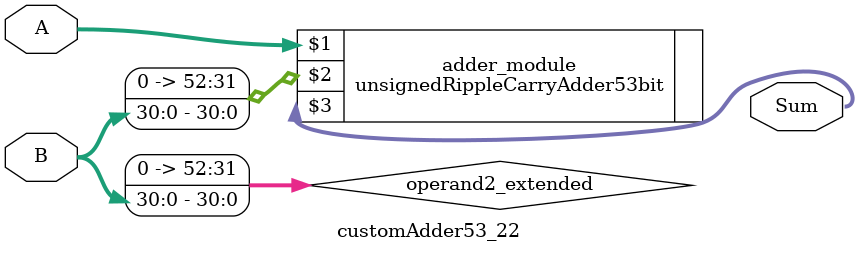
<source format=v>
module customAdder53_22(
                        input [52 : 0] A,
                        input [30 : 0] B,
                        
                        output [53 : 0] Sum
                );

        wire [52 : 0] operand2_extended;
        
        assign operand2_extended =  {22'b0, B};
        
        unsignedRippleCarryAdder53bit adder_module(
            A,
            operand2_extended,
            Sum
        );
        
        endmodule
        
</source>
